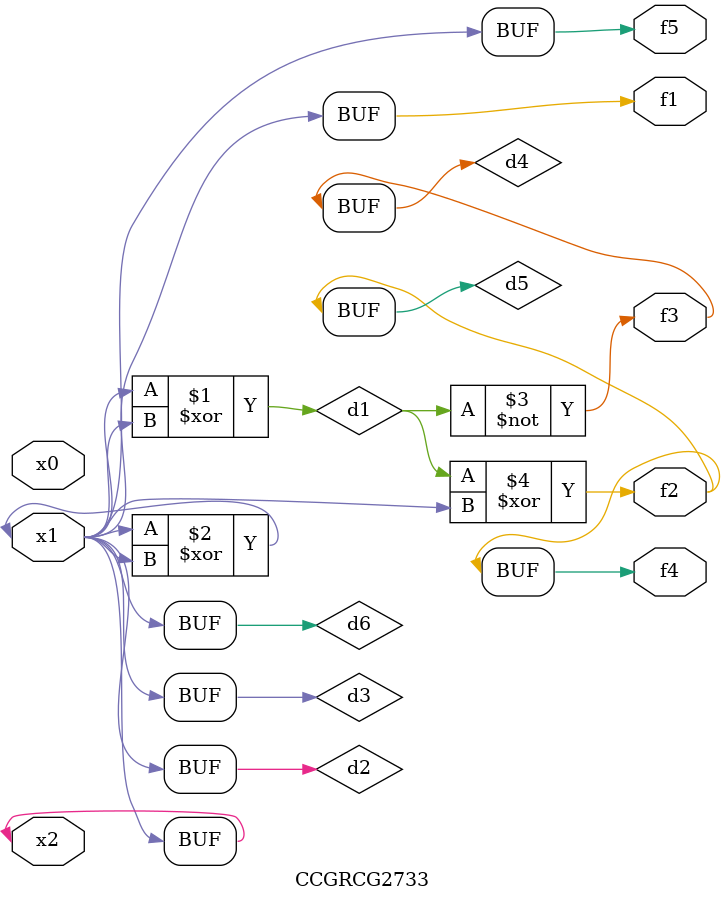
<source format=v>
module CCGRCG2733(
	input x0, x1, x2,
	output f1, f2, f3, f4, f5
);

	wire d1, d2, d3, d4, d5, d6;

	xor (d1, x1, x2);
	buf (d2, x1, x2);
	xor (d3, x1, x2);
	nor (d4, d1);
	xor (d5, d1, d2);
	buf (d6, d2, d3);
	assign f1 = d6;
	assign f2 = d5;
	assign f3 = d4;
	assign f4 = d5;
	assign f5 = d6;
endmodule

</source>
